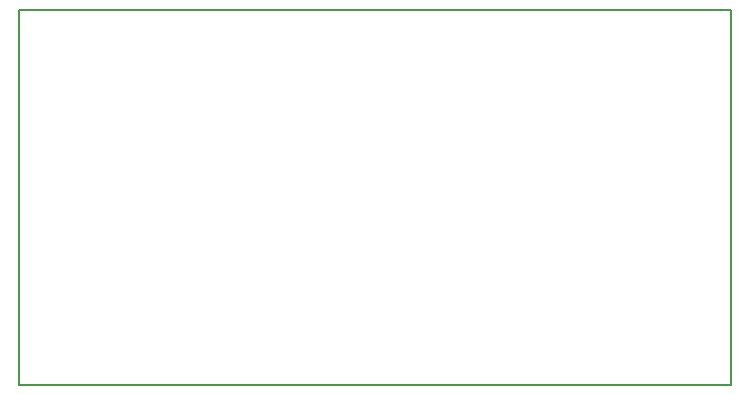
<source format=gbr>
%TF.GenerationSoftware,KiCad,Pcbnew,5.1.5+dfsg1-2build2*%
%TF.CreationDate,2020-09-04T09:29:52+02:00*%
%TF.ProjectId,amp-meter-dc,616d702d-6d65-4746-9572-2d64632e6b69,rev?*%
%TF.SameCoordinates,PX1dac6f8PY6049a88*%
%TF.FileFunction,Other,User*%
%FSLAX46Y46*%
G04 Gerber Fmt 4.6, Leading zero omitted, Abs format (unit mm)*
G04 Created by KiCad (PCBNEW 5.1.5+dfsg1-2build2) date 2020-09-04 09:29:52*
%MOMM*%
%LPD*%
G04 APERTURE LIST*
%ADD10C,0.150000*%
G04 APERTURE END LIST*
D10*
X60960000Y635000D02*
X48895000Y635000D01*
X60960000Y32385000D02*
X60960000Y635000D01*
X635000Y32385000D02*
X60960000Y32385000D01*
X635000Y28575000D02*
X635000Y32385000D01*
X635000Y635000D02*
X635000Y28575000D01*
X48895000Y635000D02*
X635000Y635000D01*
M02*

</source>
